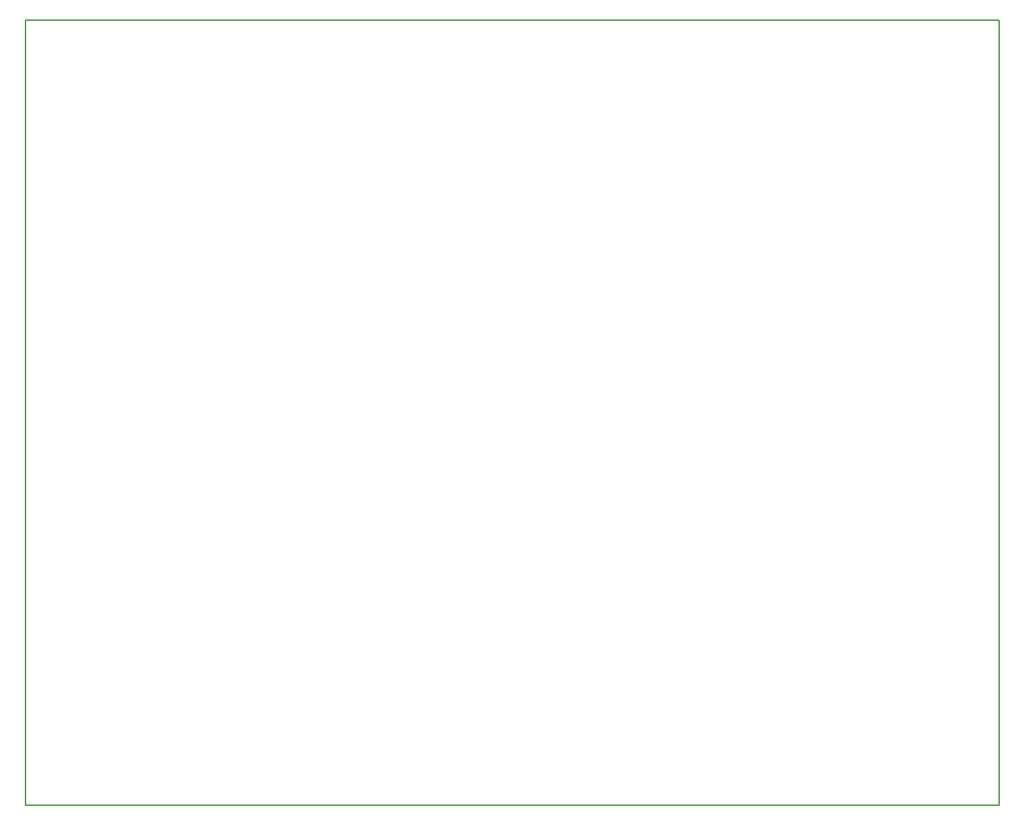
<source format=gbr>
%TF.GenerationSoftware,KiCad,Pcbnew,8.0.1-8.0.1-1~ubuntu22.04.1*%
%TF.CreationDate,2024-04-18T14:36:56-07:00*%
%TF.ProjectId,all_components,616c6c5f-636f-46d7-906f-6e656e74732e,rev?*%
%TF.SameCoordinates,Original*%
%TF.FileFunction,Profile,NP*%
%FSLAX46Y46*%
G04 Gerber Fmt 4.6, Leading zero omitted, Abs format (unit mm)*
G04 Created by KiCad (PCBNEW 8.0.1-8.0.1-1~ubuntu22.04.1) date 2024-04-18 14:36:56*
%MOMM*%
%LPD*%
G01*
G04 APERTURE LIST*
%TA.AperFunction,Profile*%
%ADD10C,0.200000*%
%TD*%
G04 APERTURE END LIST*
D10*
X9219276Y-13300000D02*
X132019276Y-13300000D01*
X132019276Y-112400000D01*
X9219276Y-112400000D01*
X9219276Y-13300000D01*
M02*

</source>
